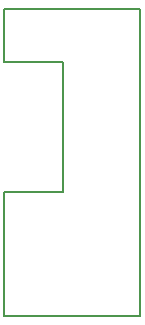
<source format=gbr>
G04 #@! TF.GenerationSoftware,KiCad,Pcbnew,(5.0.2)-1*
G04 #@! TF.CreationDate,2021-08-28T19:43:06+01:00*
G04 #@! TF.ProjectId,HL-GM1-03-03-kicad,484c2d47-4d31-42d3-9033-2d30332d6b69,rev?*
G04 #@! TF.SameCoordinates,Original*
G04 #@! TF.FileFunction,Profile,NP*
%FSLAX46Y46*%
G04 Gerber Fmt 4.6, Leading zero omitted, Abs format (unit mm)*
G04 Created by KiCad (PCBNEW (5.0.2)-1) date 28/08/2021 19:43:06*
%MOMM*%
%LPD*%
G01*
G04 APERTURE LIST*
%ADD10C,0.150000*%
%ADD11C,0.200000*%
G04 APERTURE END LIST*
D10*
X-8000000Y10000000D02*
X3500000Y10000000D01*
X-8000000Y5500000D02*
X-8000000Y10000000D01*
X-3000000Y5500000D02*
X-8000000Y5500000D01*
X-3000000Y-5500000D02*
X-3000000Y5500000D01*
X-3000000Y-5500000D02*
X-8000000Y-5500000D01*
X-8000000Y-16000000D02*
X-8000000Y-5500000D01*
X-8000000Y-16000000D02*
X3500000Y-16000000D01*
D11*
X3500000Y10000000D02*
X3500000Y-16000000D01*
M02*

</source>
